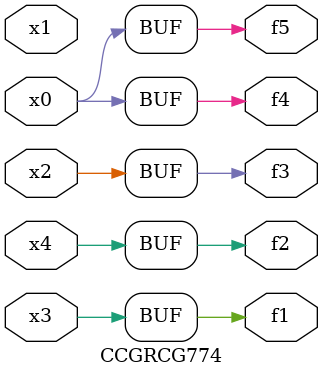
<source format=v>
module CCGRCG774(
	input x0, x1, x2, x3, x4,
	output f1, f2, f3, f4, f5
);
	assign f1 = x3;
	assign f2 = x4;
	assign f3 = x2;
	assign f4 = x0;
	assign f5 = x0;
endmodule

</source>
